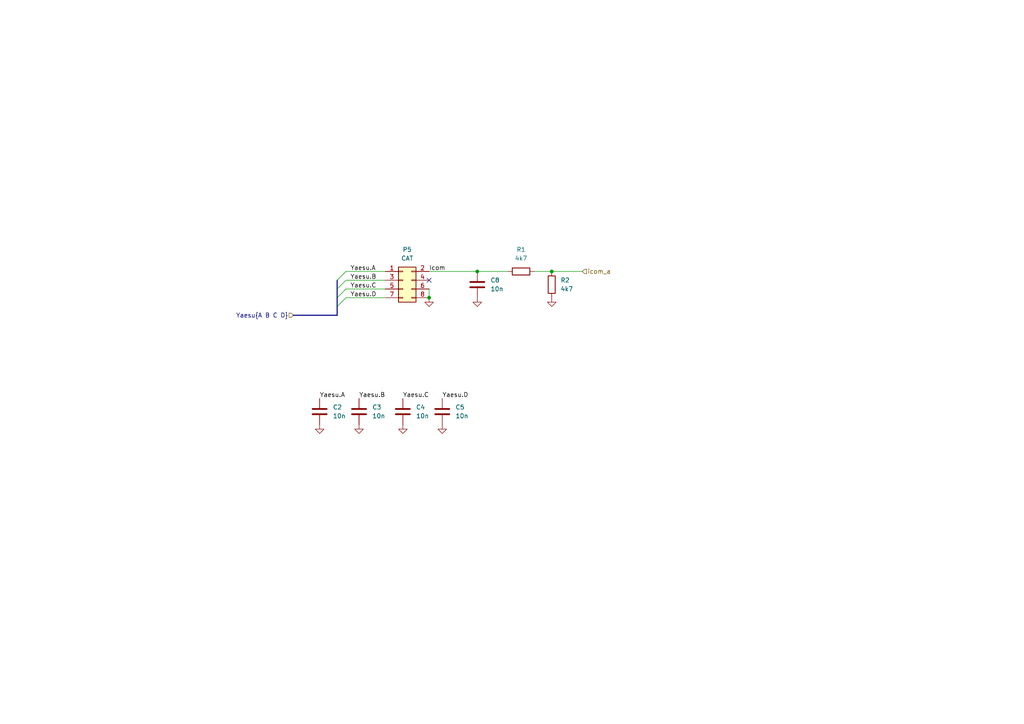
<source format=kicad_sch>
(kicad_sch (version 20230121) (generator eeschema)
  (paper "A4")
  (lib_symbols
    (symbol "Connector_Generic:Conn_02x04_Odd_Even" (pin_names (offset 1.016) hide)
      (property "Reference" "J" (at 1.27 5.08 0))
      (property "Value" "Conn_02x04_Odd_Even" (at 1.27 -7.62 0))
      (symbol "Conn_02x04_Odd_Even_1_1"
        (rectangle (start -1.27 -4.953) (end 0 -5.207) (stroke (width 0.1524)))
        (rectangle (start -1.27 -2.413) (end 0 -2.667) (stroke (width 0.1524)))
        (rectangle (start -1.27 0.127) (end 0 -0.127) (stroke (width 0.1524)))
        (rectangle (start -1.27 2.667) (end 0 2.413) (stroke (width 0.1524)))
        (rectangle (start -1.27 3.81) (end 3.81 -6.35) (stroke (width 0.254)) (fill (type background)))
        (rectangle (start 3.81 -4.953) (end 2.54 -5.207) (stroke (width 0.1524)))
        (rectangle (start 3.81 -2.413) (end 2.54 -2.667) (stroke (width 0.1524)))
        (rectangle (start 3.81 0.127) (end 2.54 -0.127) (stroke (width 0.1524)))
        (rectangle (start 3.81 2.667) (end 2.54 2.413) (stroke (width 0.1524)))
        (pin passive line (at -5.08 2.54 0) (length 3.81) (name "Pin_1") (number "1"))
        (pin passive line (at 7.62 2.54 180) (length 3.81) (name "Pin_2") (number "2"))
        (pin passive line (at -5.08 0 0) (length 3.81) (name "Pin_3") (number "3"))
        (pin passive line (at 7.62 0 180) (length 3.81) (name "Pin_4") (number "4"))
        (pin passive line (at -5.08 -2.54 0) (length 3.81) (name "Pin_5") (number "5"))
        (pin passive line (at 7.62 -2.54 180) (length 3.81) (name "Pin_6") (number "6"))
        (pin passive line (at -5.08 -5.08 0) (length 3.81) (name "Pin_7") (number "7"))
        (pin passive line (at 7.62 -5.08 180) (length 3.81) (name "Pin_8") (number "8"))
      )
    )
    (symbol "Device:C" (pin_numbers hide) (pin_names (offset 0.254))
      (property "Reference" "C" (at 0.635 2.54 0))
      (property "Value" "C" (at 0.635 -2.54 0))
      (symbol "C_0_1"
        (polyline (pts (xy -2.032 -0.762) (xy 2.032 -0.762)) (stroke (width 0.508)))
        (polyline (pts (xy -2.032 0.762) (xy 2.032 0.762)) (stroke (width 0.508)))
      )
      (symbol "C_1_1"
        (pin passive line (at 0 3.81 270) (length 2.794) (name "~") (number "1"))
        (pin passive line (at 0 -3.81 90) (length 2.794) (name "~") (number "2"))
      )
    )
    (symbol "Device:R" (pin_numbers hide) (pin_names (offset 0))
      (property "Reference" "R" (at 2.032 0 90))
      (property "Value" "R" (at 0 0 90))
      (symbol "R_0_1"
        (rectangle (start -1.016 -2.54) (end 1.016 2.54) (stroke (width 0.254)))
      )
      (symbol "R_1_1"
        (pin passive line (at 0 3.81 270) (length 1.27) (name "~") (number "1"))
        (pin passive line (at 0 -3.81 90) (length 1.27) (name "~") (number "2"))
      )
    )
    (symbol "power:GND" (power) (pin_names (offset 0))
      (property "Value" "GND" (at 0 -3.81 0))
      (symbol "GND_0_1"
        (polyline (pts (xy 0 0) (xy 0 -1.27) (xy 1.27 -1.27) (xy 0 -2.54) (xy -1.27 -1.27) (xy 0 -1.27)))
      )
      (symbol "GND_1_1"
        (pin power_in line (at 0 0 270) (length 0) hide (name "GND") (number "1"))
      )
    )
  )
  (junction (at 160.02 78.74))
  (junction (at 138.43 78.74))
  (junction (at 124.46 86.36))
  (no_connect (at 124.46 81.28))
  (bus_entry (at 100.33 86.36) (size -2.54 2.54))
  (bus_entry (at 100.33 83.82) (size -2.54 2.54))
  (bus_entry (at 100.33 78.74) (size -2.54 2.54))
  (bus_entry (at 100.33 81.28) (size -2.54 2.54))
  (wire (pts (xy 100.33 78.74) (xy 111.76 78.74)))
  (wire (pts (xy 100.33 81.28) (xy 111.76 81.28)))
  (wire (pts (xy 138.43 78.74) (xy 147.32 78.74)))
  (wire (pts (xy 124.46 78.74) (xy 138.43 78.74)))
  (bus (pts (xy 97.79 88.9) (xy 97.79 91.44)))
  (wire (pts (xy 100.33 83.82) (xy 111.76 83.82)))
  (wire (pts (xy 154.94 78.74) (xy 160.02 78.74)))
  (wire (pts (xy 124.46 83.82) (xy 124.46 86.36)))
  (bus (pts (xy 85.09 91.44) (xy 97.79 91.44)))
  (wire (pts (xy 160.02 78.74) (xy 168.91 78.74)))
  (bus (pts (xy 97.79 86.36) (xy 97.79 88.9)))
  (bus (pts (xy 97.79 81.28) (xy 97.79 83.82)))
  (wire (pts (xy 100.33 86.36) (xy 111.76 86.36)))
  (bus (pts (xy 97.79 83.82) (xy 97.79 86.36)))
  (label "Icom" (at 124.46 78.74 0))
  (label "Yaesu.A" (at 101.6 78.74 0))
  (label "Yaesu.D" (at 128.27 115.57 0))
  (label "Yaesu.B" (at 101.6 81.28 0))
  (label "Yaesu.B" (at 104.14 115.57 0))
  (label "Yaesu.A" (at 92.71 115.57 0))
  (label "Yaesu.D" (at 101.6 86.36 0))
  (label "Yaesu.C" (at 116.84 115.57 0))
  (label "Yaesu.C" (at 101.6 83.82 0))
  (hierarchical_label "icom_a" (shape input) (at 168.91 78.74 0))
  (hierarchical_label "Yaesu{A B C D}" (shape input) (at 85.09 91.44 180))
  (symbol (lib_id "power:GND") (at 128.27 123.19 0) (mirror y) (unit 1)
    (property "Reference" "#PWR016" (effects hide))
    (property "Value" "GND" (effects hide))
  )
  (symbol (lib_id "Device:C") (at 128.27 119.38 0) (unit 1)
    (property "Reference" "C5" (at 132.08 118.1099 0) (effects (justify left)))
    (property "Value" "10n" (at 132.08 120.6499 0) (effects (justify left)))
    (property "Footprint" "Capacitor_SMD:C_1206_3216Metric" (effects hide))
  )
  (symbol (lib_id "Device:C") (at 116.84 119.38 0) (unit 1)
    (property "Reference" "C4" (at 120.65 118.1099 0) (effects (justify left)))
    (property "Value" "10n" (at 120.65 120.6499 0) (effects (justify left)))
    (property "Footprint" "Capacitor_SMD:C_1206_3216Metric" (effects hide))
  )
  (symbol (lib_id "power:GND") (at 138.43 86.36 0) (mirror y) (unit 1)
    (property "Reference" "#PWR030" (effects hide))
    (property "Value" "GND" (effects hide))
  )
  (symbol (lib_id "power:GND") (at 92.71 123.19 0) (mirror y) (unit 1)
    (property "Reference" "#PWR03" (effects hide))
    (property "Value" "GND" (effects hide))
  )
  (symbol (lib_id "Connector_Generic:Conn_02x04_Odd_Even") (at 116.84 81.28 0) (unit 1)
    (property "Reference" "P5" (at 118.11 72.39 0))
    (property "Value" "CAT" (at 118.11 74.93 0))
    (property "Footprint" "Connector_IDC:IDC-Header_2x04_P2.54mm_Vertical" (effects hide))
  )
  (symbol (lib_id "power:GND") (at 104.14 123.19 0) (mirror y) (unit 1)
    (property "Reference" "#PWR07" (effects hide))
    (property "Value" "GND" (effects hide))
  )
  (symbol (lib_id "power:GND") (at 160.02 86.36 0) (mirror y) (unit 1)
    (property "Reference" "#PWR039" (effects hide))
    (property "Value" "GND" (effects hide))
  )
  (symbol (lib_id "Device:C") (at 104.14 119.38 0) (unit 1)
    (property "Reference" "C3" (at 107.95 118.1099 0) (effects (justify left)))
    (property "Value" "10n" (at 107.95 120.6499 0) (effects (justify left)))
    (property "Footprint" "Capacitor_SMD:C_1206_3216Metric" (effects hide))
  )
  (symbol (lib_id "power:GND") (at 124.46 86.36 0) (mirror y) (unit 1)
    (property "Reference" "#PWR06" (effects hide))
    (property "Value" "GND" (effects hide))
  )
  (symbol (lib_id "Device:C") (at 92.71 119.38 0) (unit 1)
    (property "Reference" "C2" (at 96.52 118.1099 0) (effects (justify left)))
    (property "Value" "10n" (at 96.52 120.6499 0) (effects (justify left)))
    (property "Footprint" "Capacitor_SMD:C_1206_3216Metric" (effects hide))
  )
  (symbol (lib_id "power:GND") (at 116.84 123.19 0) (mirror y) (unit 1)
    (property "Reference" "#PWR012" (effects hide))
    (property "Value" "GND" (effects hide))
  )
  (symbol (lib_id "Device:R") (at 151.13 78.74 90) (unit 1)
    (property "Reference" "R1" (at 151.13 72.39 90))
    (property "Value" "4k7" (at 151.13 74.93 90))
    (property "Footprint" "Resistor_SMD:R_1206_3216Metric" (effects hide))
  )
  (symbol (lib_id "Device:R") (at 160.02 82.55 0) (unit 1)
    (property "Reference" "R2" (at 162.56 81.2799 0) (effects (justify left)))
    (property "Value" "4k7" (at 162.56 83.8199 0) (effects (justify left)))
    (property "Footprint" "Resistor_SMD:R_1206_3216Metric" (effects hide))
  )
  (symbol (lib_id "Device:C") (at 138.43 82.55 0) (unit 1)
    (property "Reference" "C8" (at 142.24 81.2799 0) (effects (justify left)))
    (property "Value" "10n" (at 142.24 83.8199 0) (effects (justify left)))
    (property "Footprint" "Capacitor_SMD:C_1206_3216Metric" (effects hide))
  )
)
</source>
